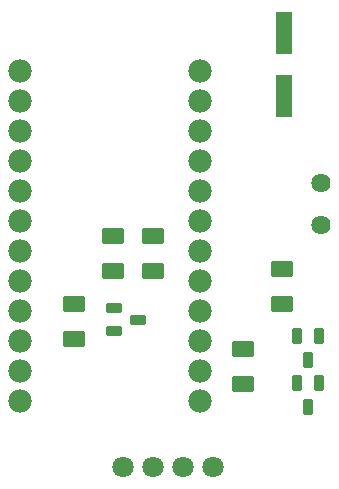
<source format=gts>
G04 Layer: TopSolderMaskLayer*
G04 EasyEDA Pro v2.2.45.4, 2025-12-29 16:20:18*
G04 Gerber Generator version 0.3*
G04 Scale: 100 percent, Rotated: No, Reflected: No*
G04 Dimensions in millimeters*
G04 Leading zeros omitted, absolute positions, 4 integers and 5 decimals*
G04 Generated by one-click*
%FSLAX45Y45*%
%MOMM*%
%AMRoundRect*1,1,$1,$2,$3*1,1,$1,$4,$5*1,1,$1,0-$2,0-$3*1,1,$1,0-$4,0-$5*20,1,$1,$2,$3,$4,$5,0*20,1,$1,$4,$5,0-$2,0-$3,0*20,1,$1,0-$2,0-$3,0-$4,0-$5,0*20,1,$1,0-$4,0-$5,$2,$3,0*4,1,4,$2,$3,$4,$5,0-$2,0-$3,0-$4,0-$5,$2,$3,0*%
%ADD10C,1.6256*%
%ADD11RoundRect,0.09424X-0.60368X-1.75367X-0.60368X1.75367*%
%ADD12C,1.8016*%
%ADD13RoundRect,0.09017X-0.35571X-0.63072X-0.35571X0.63072*%
%ADD14RoundRect,0.09017X-0.63072X0.35571X0.63072X0.35571*%
%ADD15RoundRect,0.09428X-0.85416X-0.60742X-0.85416X0.60742*%
%ADD16C,1.9860*%
%ADD17C,1.9812*%
G75*


G04 Pad Start*
G54D10*
G01X-228600Y-1689100D03*
G01X-228600Y-2044700D03*
G54D11*
G01X-546100Y-418795D03*
G01X-546100Y-952805D03*
G54D12*
G01X-1905000Y-4089400D03*
G01X-1651000Y-4089400D03*
G01X-1397000Y-4089400D03*
G01X-1143000Y-4089400D03*
G54D13*
G01X-247904Y-2986100D03*
G01X-437896Y-2986100D03*
G01X-342900Y-3186100D03*
G01X-247904Y-3379800D03*
G01X-437896Y-3379800D03*
G01X-342900Y-3579800D03*
G54D14*
G01X-1979600Y-2749804D03*
G01X-1979600Y-2939796D03*
G01X-1779600Y-2844800D03*
G54D15*
G01X-558800Y-2417521D03*
G01X-558800Y-2713279D03*
G01X-889000Y-3386379D03*
G01X-889000Y-3090621D03*
G01X-1993900Y-2138121D03*
G01X-1993900Y-2433879D03*
G01X-2324100Y-3005379D03*
G01X-2324100Y-2709621D03*
G01X-1651000Y-2433879D03*
G01X-1651000Y-2138121D03*
G54D17*
G01X-2781300Y-736600D03*
G01X-2781300Y-990600D03*
G01X-2781300Y-1244600D03*
G01X-2781300Y-1498600D03*
G01X-2781300Y-1752600D03*
G01X-2781300Y-2006600D03*
G01X-2781300Y-2260600D03*
G01X-2781300Y-2514600D03*
G01X-2781300Y-2768600D03*
G01X-2781300Y-3022600D03*
G01X-2781300Y-3276600D03*
G01X-2781300Y-3530600D03*
G01X-1257300Y-3530600D03*
G01X-1257300Y-3276600D03*
G01X-1257300Y-3022600D03*
G01X-1257300Y-2768600D03*
G01X-1257300Y-2514600D03*
G01X-1257300Y-2260600D03*
G01X-1257300Y-2006600D03*
G01X-1257300Y-1752600D03*
G01X-1257300Y-1498600D03*
G01X-1257300Y-1244600D03*
G01X-1257300Y-990600D03*
G01X-1257300Y-736600D03*
G04 Pad End*

M02*


</source>
